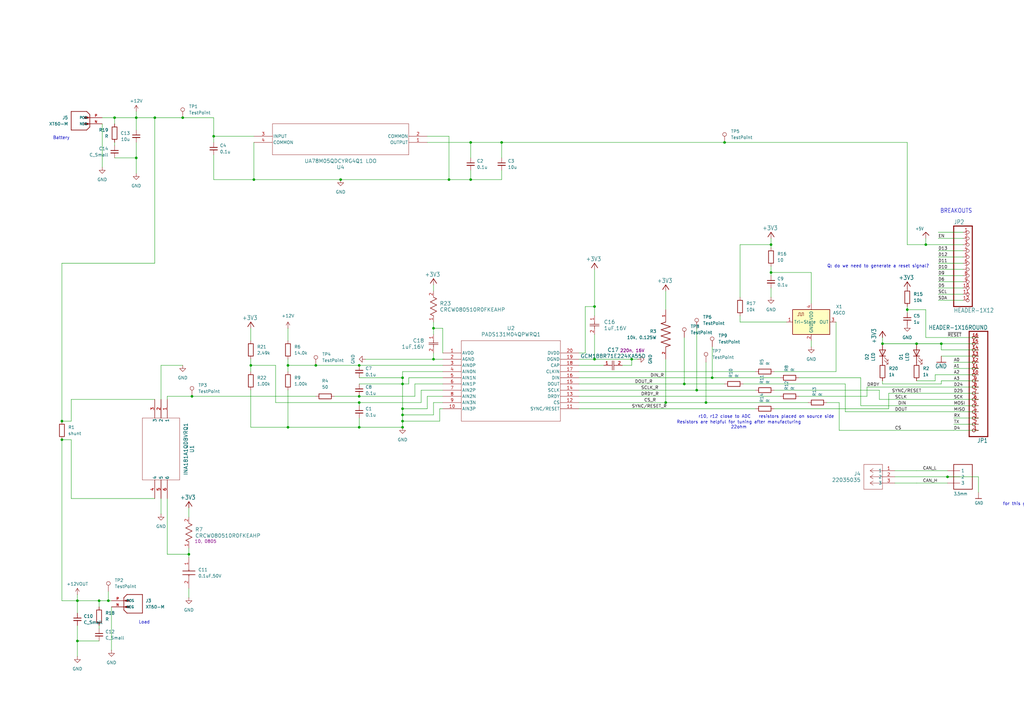
<source format=kicad_sch>
(kicad_sch (version 20231120) (generator "eeschema") (generator_version "8.0")
  (paper "A3")
  (junction (at 102.87 149.86))
  (junction (at 147.32 149.86))
  (junction (at 31.75 246.38))
  (junction (at 316.23 111.76))
  (junction (at 147.32 162.56))
  (junction (at 55.88 64.77))
  (junction (at 78.74 162.56))
  (junction (at 361.95 140.97))
  (junction (at 379.73 100.33))
  (junction (at 25.4 180.34))
  (junction (at 147.32 175.26))
  (junction (at 285.75 160.02))
  (junction (at 165.1 157.48))
  (junction (at 375.92 140.97))
  (junction (at 243.84 147.32))
  (junction (at 177.8 147.32))
  (junction (at 165.1 170.18))
  (junction (at 243.84 125.73))
  (junction (at 388.62 195.58))
  (junction (at 193.04 73.66))
  (junction (at 118.11 149.86))
  (junction (at 273.05 165.1))
  (junction (at 372.11 127))
  (junction (at 44.45 246.38))
  (junction (at 165.1 172.72))
  (junction (at 292.1 154.94))
  (junction (at 289.56 165.1))
  (junction (at 46.99 48.26))
  (junction (at 193.04 58.42))
  (junction (at 184.15 73.66))
  (junction (at 31.75 262.89))
  (junction (at 147.32 165.1))
  (junction (at 165.1 154.94))
  (junction (at 205.74 58.42))
  (junction (at 55.88 48.26))
  (junction (at 386.08 140.97))
  (junction (at 165.1 175.26))
  (junction (at 40.64 246.38))
  (junction (at 165.1 167.64))
  (junction (at 118.11 175.26))
  (junction (at 129.54 149.86))
  (junction (at 104.14 73.66))
  (junction (at 74.93 48.26))
  (junction (at 63.5 48.26))
  (junction (at 177.8 134.62))
  (junction (at 25.4 172.72))
  (junction (at 316.23 100.33))
  (junction (at 259.08 147.32))
  (junction (at 87.63 55.88))
  (junction (at 77.47 227.33))
  (junction (at 297.18 58.42))
  (junction (at 139.7 73.66))
  (junction (at 280.67 157.48))
  (wire (pts (xy 240.03 144.78) (xy 240.03 125.73)))
  (wire (pts (xy 102.87 160.02) (xy 102.87 175.26)))
  (wire (pts (xy 342.9 152.4) (xy 317.5 152.4)))
  (wire (pts (xy 102.87 149.86) (xy 102.87 152.4)))
  (wire (pts (xy 391.16 161.29) (xy 401.32 161.29)) (stroke (width 0.1524)))
  (wire (pts (xy 361.95 156.21) (xy 361.95 157.48)))
  (wire (pts (xy 401.32 171.45) (xy 391.16 171.45)) (stroke (width 0.1524)))
  (wire (pts (xy 379.73 127) (xy 379.73 138.43)))
  (wire (pts (xy 394.97 113.03) (xy 384.81 113.03)) (stroke (width 0.1524)))
  (wire (pts (xy 401.32 148.59) (xy 391.16 148.59)) (stroke (width 0.1524)))
  (wire (pts (xy 68.58 204.47) (xy 68.58 227.33)))
  (wire (pts (xy 364.49 167.64) (xy 364.49 161.29)))
  (wire (pts (xy 205.74 58.42) (xy 297.18 58.42)))
  (wire (pts (xy 344.17 165.1) (xy 344.17 176.53)))
  (wire (pts (xy 243.84 137.16) (xy 243.84 147.32)))
  (wire (pts (xy 25.4 180.34) (xy 25.4 246.38)))
  (wire (pts (xy 401.32 146.05) (xy 386.08 146.05)) (stroke (width 0.1524)))
  (wire (pts (xy 165.1 172.72) (xy 180.34 172.72)))
  (wire (pts (xy 394.97 102.87) (xy 384.81 102.87)) (stroke (width 0.1524)))
  (wire (pts (xy 394.97 107.95) (xy 384.81 107.95)) (stroke (width 0.1524)))
  (wire (pts (xy 401.32 158.75) (xy 391.16 158.75)) (stroke (width 0.1524)))
  (wire (pts (xy 177.8 134.62) (xy 177.8 137.16)))
  (wire (pts (xy 77.47 241.3) (xy 77.47 245.11)))
  (wire (pts (xy 289.56 148.59) (xy 289.56 165.1)))
  (wire (pts (xy 172.72 160.02) (xy 172.72 165.1)))
  (wire (pts (xy 388.62 193.04) (xy 375.92 193.04)) (stroke (width 0.1524)))
  (wire (pts (xy 165.1 154.94) (xy 165.1 152.4)))
  (wire (pts (xy 87.63 63.5) (xy 87.63 73.66)))
  (wire (pts (xy 339.09 165.1) (xy 344.17 165.1)))
  (wire (pts (xy 391.16 151.13) (xy 401.32 151.13)) (stroke (width 0.1524)))
  (wire (pts (xy 386.08 143.51) (xy 386.08 140.97)) (stroke (width 0.1524)))
  (wire (pts (xy 259.08 147.32) (xy 261.62 147.32)))
  (wire (pts (xy 353.06 166.37) (xy 391.16 166.37)))
  (wire (pts (xy 401.32 143.51) (xy 386.08 143.51)) (stroke (width 0.1524)))
  (wire (pts (xy 237.49 152.4) (xy 309.88 152.4)))
  (wire (pts (xy 384.81 97.79) (xy 394.97 97.79)) (stroke (width 0.1524)))
  (wire (pts (xy 205.74 73.66) (xy 193.04 73.66)))
  (wire (pts (xy 66.04 210.82) (xy 66.04 204.47)))
  (wire (pts (xy 346.71 168.91) (xy 391.16 168.91)))
  (wire (pts (xy 237.49 144.78) (xy 240.03 144.78)))
  (wire (pts (xy 165.1 167.64) (xy 165.1 170.18)))
  (wire (pts (xy 40.64 246.38) (xy 31.75 246.38)))
  (wire (pts (xy 259.08 149.86) (xy 259.08 147.32)))
  (wire (pts (xy 181.61 167.64) (xy 180.34 167.64)))
  (wire (pts (xy 40.64 246.38) (xy 40.64 248.92)))
  (wire (pts (xy 401.32 153.67) (xy 391.16 153.67)) (stroke (width 0.1524)))
  (wire (pts (xy 361.95 140.97) (xy 375.92 140.97)))
  (wire (pts (xy 55.88 48.26) (xy 55.88 45.72)))
  (wire (pts (xy 177.8 144.78) (xy 177.8 147.32)))
  (wire (pts (xy 87.63 48.26) (xy 87.63 55.88)))
  (wire (pts (xy 118.11 149.86) (xy 129.54 149.86)))
  (wire (pts (xy 31.75 246.38) (xy 31.75 243.84)))
  (wire (pts (xy 68.58 162.56) (xy 78.74 162.56)))
  (wire (pts (xy 104.14 73.66) (xy 139.7 73.66)))
  (wire (pts (xy 316.23 100.33) (xy 316.23 101.6)))
  (wire (pts (xy 41.91 48.26) (xy 46.99 48.26)))
  (wire (pts (xy 372.11 127) (xy 372.11 125.73)))
  (wire (pts (xy 165.1 170.18) (xy 165.1 172.72)))
  (wire (pts (xy 394.97 120.65) (xy 384.81 120.65)) (stroke (width 0.1524)))
  (wire (pts (xy 344.17 176.53) (xy 391.16 176.53)))
  (wire (pts (xy 118.11 160.02) (xy 118.11 175.26)))
  (wire (pts (xy 29.21 204.47) (xy 29.21 180.34)))
  (wire (pts (xy 165.1 167.64) (xy 175.26 167.64)))
  (wire (pts (xy 165.1 157.48) (xy 167.64 157.48)))
  (wire (pts (xy 360.68 163.83) (xy 391.16 163.83)))
  (wire (pts (xy 273.05 147.32) (xy 273.05 165.1)))
  (wire (pts (xy 181.61 162.56) (xy 175.26 162.56)))
  (wire (pts (xy 31.75 256.54) (xy 31.75 262.89)))
  (wire (pts (xy 332.74 139.7) (xy 332.74 142.24)))
  (wire (pts (xy 165.1 157.48) (xy 165.1 167.64)))
  (wire (pts (xy 147.32 166.37) (xy 147.32 165.1)))
  (wire (pts (xy 147.32 162.56) (xy 170.18 162.56)))
  (wire (pts (xy 355.6 158.75) (xy 391.16 158.75)))
  (wire (pts (xy 361.95 157.48) (xy 386.08 157.48)))
  (wire (pts (xy 401.32 166.37) (xy 391.16 166.37)) (stroke (width 0.1524)))
  (wire (pts (xy 364.49 161.29) (xy 391.16 161.29)))
  (wire (pts (xy 375.92 156.21) (xy 383.54 156.21)))
  (wire (pts (xy 175.26 58.42) (xy 193.04 58.42)))
  (wire (pts (xy 29.21 163.83) (xy 29.21 172.72)))
  (wire (pts (xy 77.47 224.79) (xy 77.47 227.33)))
  (wire (pts (xy 45.72 246.38) (xy 44.45 246.38)))
  (wire (pts (xy 388.62 198.12) (xy 375.92 198.12)) (stroke (width 0.1524)))
  (wire (pts (xy 66.04 149.86) (xy 66.04 163.83)))
  (wire (pts (xy 147.32 171.45) (xy 147.32 175.26)))
  (wire (pts (xy 129.54 149.86) (xy 147.32 149.86)))
  (wire (pts (xy 177.8 116.84) (xy 177.8 119.38)))
  (wire (pts (xy 147.32 165.1) (xy 172.72 165.1)))
  (wire (pts (xy 317.5 160.02) (xy 360.68 160.02)))
  (wire (pts (xy 237.49 167.64) (xy 309.88 167.64)))
  (wire (pts (xy 193.04 69.85) (xy 193.04 73.66)))
  (wire (pts (xy 44.45 246.38) (xy 40.64 246.38)))
  (wire (pts (xy 193.04 58.42) (xy 205.74 58.42)))
  (wire (pts (xy 25.4 246.38) (xy 31.75 246.38)))
  (wire (pts (xy 147.32 175.26) (xy 165.1 175.26)))
  (wire (pts (xy 303.53 132.08) (xy 322.58 132.08)))
  (wire (pts (xy 78.74 162.56) (xy 129.54 162.56)))
  (wire (pts (xy 401.32 138.43) (xy 388.62 138.43)) (stroke (width 0.1524)))
  (wire (pts (xy 104.14 55.88) (xy 87.63 55.88)))
  (wire (pts (xy 77.47 208.28) (xy 77.47 212.09)))
  (wire (pts (xy 332.74 124.46) (xy 332.74 111.76)))
  (wire (pts (xy 243.84 110.49) (xy 243.84 125.73)))
  (wire (pts (xy 55.88 58.42) (xy 55.88 64.77)))
  (wire (pts (xy 303.53 129.54) (xy 303.53 132.08)))
  (wire (pts (xy 193.04 58.42) (xy 193.04 64.77)))
  (wire (pts (xy 386.08 140.97) (xy 401.32 140.97)) (stroke (width 0.1524)))
  (wire (pts (xy 63.5 107.95) (xy 25.4 107.95)))
  (wire (pts (xy 316.23 109.22) (xy 316.23 111.76)))
  (wire (pts (xy 379.73 138.43) (xy 388.62 138.43)))
  (wire (pts (xy 273.05 119.38) (xy 273.05 127)))
  (wire (pts (xy 147.32 154.94) (xy 165.1 154.94)))
  (wire (pts (xy 391.16 173.99) (xy 401.32 173.99)) (stroke (width 0.1524)))
  (wire (pts (xy 184.15 55.88) (xy 184.15 73.66)))
  (wire (pts (xy 29.21 172.72) (xy 25.4 172.72)))
  (wire (pts (xy 255.27 149.86) (xy 259.08 149.86)))
  (wire (pts (xy 165.1 154.94) (xy 165.1 157.48)))
  (wire (pts (xy 74.93 48.26) (xy 87.63 48.26)))
  (wire (pts (xy 205.74 58.42) (xy 205.74 64.77)))
  (wire (pts (xy 181.61 160.02) (xy 172.72 160.02)))
  (wire (pts (xy 68.58 227.33) (xy 77.47 227.33)))
  (wire (pts (xy 384.81 115.57) (xy 394.97 115.57)) (stroke (width 0.1524)))
  (wire (pts (xy 63.5 48.26) (xy 63.5 107.95)))
  (wire (pts (xy 372.11 58.42) (xy 372.11 100.33)))
  (wire (pts (xy 383.54 153.67) (xy 391.16 153.67)))
  (wire (pts (xy 372.11 128.27) (xy 372.11 127)))
  (wire (pts (xy 361.95 140.97) (xy 375.92 140.97)) (stroke (width 0.1524)))
  (wire (pts (xy 237.49 160.02) (xy 285.75 160.02)))
  (wire (pts (xy 243.84 125.73) (xy 243.84 129.54)))
  (wire (pts (xy 205.74 69.85) (xy 205.74 73.66)))
  (wire (pts (xy 273.05 165.1) (xy 289.56 165.1)))
  (wire (pts (xy 31.75 246.38) (xy 31.75 251.46)))
  (wire (pts (xy 316.23 111.76) (xy 316.23 113.03)))
  (wire (pts (xy 40.64 256.54) (xy 40.64 257.81)))
  (wire (pts (xy 181.61 149.86) (xy 147.32 149.86)))
  (wire (pts (xy 401.32 195.58) (xy 388.62 195.58)) (stroke (width 0.1524)))
  (wire (pts (xy 170.18 157.48) (xy 181.61 157.48)))
  (wire (pts (xy 372.11 100.33) (xy 379.73 100.33)))
  (wire (pts (xy 375.92 140.97) (xy 386.08 140.97)))
  (wire (pts (xy 327.66 162.56) (xy 355.6 162.56)))
  (wire (pts (xy 367.03 193.04) (xy 375.92 193.04)))
  (wire (pts (xy 63.5 48.26) (xy 74.93 48.26)))
  (wire (pts (xy 45.72 248.92) (xy 45.72 266.7)))
  (wire (pts (xy 394.97 118.11) (xy 384.81 118.11)) (stroke (width 0.1524)))
  (wire (pts (xy 237.49 149.86) (xy 247.65 149.86)))
  (wire (pts (xy 46.99 48.26) (xy 55.88 48.26)))
  (wire (pts (xy 41.91 50.8) (xy 41.91 68.58)))
  (wire (pts (xy 361.95 138.43) (xy 361.95 140.97)) (stroke (width 0.1524)))
  (wire (pts (xy 147.32 157.48) (xy 165.1 157.48)))
  (wire (pts (xy 181.61 134.62) (xy 181.61 144.78)))
  (wire (pts (xy 29.21 180.34) (xy 25.4 180.34)))
  (wire (pts (xy 177.8 165.1) (xy 177.8 170.18)))
  (wire (pts (xy 177.8 134.62) (xy 181.61 134.62)))
  (wire (pts (xy 31.75 262.89) (xy 40.64 262.89)))
  (wire (pts (xy 177.8 132.08) (xy 177.8 134.62)))
  (wire (pts (xy 386.08 157.48) (xy 386.08 156.21)))
  (wire (pts (xy 383.54 156.21) (xy 383.54 153.67)))
  (wire (pts (xy 102.87 149.86) (xy 113.03 149.86)))
  (wire (pts (xy 353.06 154.94) (xy 353.06 166.37)))
  (wire (pts (xy 304.8 157.48) (xy 346.71 157.48)))
  (wire (pts (xy 118.11 134.62) (xy 118.11 139.7)))
  (wire (pts (xy 180.34 167.64) (xy 180.34 172.72)))
  (wire (pts (xy 104.14 58.42) (xy 104.14 73.66)))
  (wire (pts (xy 113.03 149.86) (xy 113.03 165.1)))
  (wire (pts (xy 285.75 160.02) (xy 309.88 160.02)))
  (wire (pts (xy 184.15 73.66) (xy 193.04 73.66)))
  (wire (pts (xy 316.23 97.79) (xy 316.23 100.33)))
  (wire (pts (xy 118.11 147.32) (xy 118.11 149.86)))
  (wire (pts (xy 177.8 147.32) (xy 181.61 147.32)))
  (wire (pts (xy 102.87 175.26) (xy 118.11 175.26)))
  (wire (pts (xy 175.26 162.56) (xy 175.26 167.64)))
  (wire (pts (xy 55.88 48.26) (xy 55.88 53.34)))
  (wire (pts (xy 292.1 154.94) (xy 320.04 154.94)))
  (wire (pts (xy 391.16 168.91) (xy 401.32 168.91)) (stroke (width 0.1524)))
  (wire (pts (xy 384.81 105.41) (xy 394.97 105.41)) (stroke (width 0.1524)))
  (wire (pts (xy 303.53 100.33) (xy 316.23 100.33)))
  (wire (pts (xy 384.81 110.49) (xy 394.97 110.49)) (stroke (width 0.1524)))
  (wire (pts (xy 46.99 58.42) (xy 46.99 59.69)))
  (wire (pts (xy 181.61 165.1) (xy 177.8 165.1)))
  (wire (pts (xy 372.11 127) (xy 379.73 127)))
  (wire (pts (xy 68.58 163.83) (xy 68.58 162.56)))
  (wire (pts (xy 237.49 147.32) (xy 243.84 147.32)))
  (wire (pts (xy 237.49 165.1) (xy 273.05 165.1)))
  (wire (pts (xy 384.81 123.19) (xy 394.97 123.19)) (stroke (width 0.1524)))
  (wire (pts (xy 384.81 95.25) (xy 394.97 95.25)) (stroke (width 0.1524)))
  (wire (pts (xy 87.63 55.88) (xy 87.63 58.42)))
  (wire (pts (xy 25.4 107.95) (xy 25.4 172.72)))
  (wire (pts (xy 149.86 147.32) (xy 177.8 147.32)))
  (wire (pts (xy 102.87 147.32) (xy 102.87 149.86)))
  (wire (pts (xy 184.15 73.66) (xy 139.7 73.66)))
  (wire (pts (xy 401.32 163.83) (xy 391.16 163.83)) (stroke (width 0.1524)))
  (wire (pts (xy 55.88 64.77) (xy 46.99 64.77)))
  (wire (pts (xy 394.97 100.33) (xy 379.73 100.33)) (stroke (width 0.1524)))
  (wire (pts (xy 367.03 195.58) (xy 388.62 195.58)))
  (wire (pts (xy 303.53 121.92) (xy 303.53 100.33)))
  (wire (pts (xy 55.88 64.77) (xy 55.88 71.12)))
  (wire (pts (xy 401.32 176.53) (xy 391.16 176.53)) (stroke (width 0.1524)))
  (wire (pts (xy 243.84 147.32) (xy 259.08 147.32)))
  (wire (pts (xy 167.64 154.94) (xy 167.64 157.48)))
  (wire (pts (xy 118.11 175.26) (xy 147.32 175.26)))
  (wire (pts (xy 316.23 118.11) (xy 316.23 121.92)))
  (wire (pts (xy 167.64 154.94) (xy 181.61 154.94)))
  (wire (pts (xy 77.47 227.33) (xy 77.47 228.6)))
  (wire (pts (xy 317.5 167.64) (xy 364.49 167.64)))
  (wire (pts (xy 285.75 134.62) (xy 285.75 160.02)))
  (wire (pts (xy 292.1 142.24) (xy 292.1 154.94)))
  (wire (pts (xy 280.67 138.43) (xy 280.67 157.48)))
  (wire (pts (xy 175.26 55.88) (xy 184.15 55.88)))
  (wire (pts (xy 237.49 162.56) (xy 320.04 162.56)))
  (wire (pts (xy 87.63 73.66) (xy 104.14 73.66)))
  (wire (pts (xy 165.1 152.4) (xy 181.61 152.4)))
  (wire (pts (xy 355.6 162.56) (xy 355.6 158.75)))
  (wire (pts (xy 31.75 262.89) (xy 31.75 269.24)))
  (wire (pts (xy 367.03 198.12) (xy 375.92 198.12)))
  (wire (pts (xy 342.9 132.08) (xy 342.9 152.4)))
  (wire (pts (xy 165.1 172.72) (xy 165.1 175.26)))
  (wire (pts (xy 170.18 162.56) (xy 170.18 157.48)))
  (wire (pts (xy 372.11 58.42) (xy 297.18 58.42)))
  (wire (pts (xy 137.16 162.56) (xy 147.32 162.56)))
  (wire (pts (xy 332.74 111.76) (xy 316.23 111.76)))
  (wire (pts (xy 44.45 242.57) (xy 44.45 246.38)))
  (wire (pts (xy 289.56 165.1) (xy 331.47 165.1)))
  (wire (pts (xy 379.73 97.79) (xy 379.73 100.33)))
  (wire (pts (xy 327.66 154.94) (xy 353.06 154.94)))
  (wire (pts (xy 237.49 157.48) (xy 280.67 157.48)))
  (wire (pts (xy 401.32 201.93) (xy 401.32 195.58)) (stroke (width 0.1524)))
  (wire (pts (xy 165.1 170.18) (xy 177.8 170.18)))
  (wire (pts (xy 46.99 48.26) (xy 46.99 50.8)))
  (wire (pts (xy 63.5 204.47) (xy 29.21 204.47)))
  (wire (pts (xy 63.5 48.26) (xy 55.88 48.26)))
  (wire (pts (xy 240.03 125.73) (xy 243.84 125.73)))
  (wire (pts (xy 237.49 154.94) (xy 292.1 154.94)))
  (wire (pts (xy 102.87 134.62) (xy 102.87 139.7)))
  (wire (pts (xy 280.67 157.48) (xy 297.18 157.48)))
  (wire (pts (xy 386.08 156.21) (xy 391.16 156.21)))
  (wire (pts (xy 63.5 163.83) (xy 29.21 163.83)))
  (wire (pts (xy 113.03 165.1) (xy 147.32 165.1)))
  (wire (pts (xy 74.93 149.86) (xy 66.04 149.86)))
  (wire (pts (xy 118.11 149.86) (xy 118.11 152.4)))
  (wire (pts (xy 346.71 157.48) (xy 346.71 168.91)))
  (wire (pts (xy 391.16 156.21) (xy 401.32 156.21)) (stroke (width 0.1524)))
  (wire (pts (xy 360.68 163.83) (xy 360.68 160.02)))
  (wire (pts (xy 375.92 140.97) (xy 386.08 140.97)) (stroke (width 0.1524)))
  (text "gain: 20V/V" (at -42.164 125.73 0) (effects (font (size 1.27 1.27))))
  (text "for this gnd use wire or something" (at 428.498 206.756 0) (effects (font (size 1.27 1.27))))
  (text "r10, r12 close to ADC" (at 297.18 170.942 0) (effects (font (size 1.27 1.27))))
  (text "Load" (at 59.182 255.27 0) (effects (font (size 1.27 1.27))))
  (text "has CAN bus\nneed CS connection to ADC\n(can use D13 as CS or just any random pin)\n(don't use special SCL,SDA)" (at 466.852 117.602 0) (effects (font (size 1.27 1.27))))
  (text "internal reference: 1.2V" (at 133.858 -35.56 0) (effects (font (size 1.27 1.27))))
  (text "Rshunt connect to 12V battery and in+\nconnect to load and in-\nhigh-side" (at -23.876 75.184 0) (effects (font (size 1.27 1.27))))
  (text "BREAKOUTS" (at 385.572 87.63 0) (effects (font (size 1.778 1.5113)) (justify left bottom)))
  (text "shunt*max current*amp gain < 1.2V\n" (at -31.242 122.936 0) (effects (font (size 1.27 1.27))))
  (text "Battery" (at 25.146 56.642 0) (effects (font (size 1.27 1.27))))
  (text "Resistors are helpful for tuning after manufacturing\n22ohm" (at 303.022 174.244 0) (effects (font (size 1.27 1.27))))
  (text "max input: 25V\noutput: 5V\nconnect to 12V battery, RP2040" (at -45.974 151.892 0) (effects (font (size 1.27 1.27))))
  (text "Q: do we need to generate a reset signal?" (at 360.172 109.22 0) (effects (font (size 1.27 1.27))))
  (text "AIN2P connect to measure voltage\nAIN2N connect to ground\nneed a resistor divider to connect to battery (12:1?)" (at 139.192 -29.972 0) (effects (font (size 1.27 1.27))))
  (text "resistors placed on source side\n\n" (at 326.644 171.958 0) (effects (font (size 1.27 1.27))))
  (label "CAN_L" (at 378.46 193.04 0) (effects (font (size 1.2446 1.2446))))
  (label "D6" (at 384.81 115.57 0) (effects (font (size 1.2446 1.2446))))
  (label "CAN_H" (at 378.46 198.12 0) (effects (font (size 1.2446 1.2446))))
  (label "A3" (at 391.16 156.21 0) (effects (font (size 1.2446 1.2446))))
  (label "MISO" (at 391.16 168.91 0) (effects (font (size 1.2446 1.2446))))
  (label "TX" (at 391.16 173.99 0) (effects (font (size 1.2446 1.2446))))
  (label "SCLK_R" (at 262.89 160.02 0))
  (label "A0" (at 391.16 148.59 0) (effects (font (size 1.2446 1.2446))))
  (label "RX" (at 391.16 171.45 0) (effects (font (size 1.2446 1.2446))))
  (label "D25" (at 391.16 161.29 0) (effects (font (size 1.2446 1.2446))))
  (label "CS_R" (at 264.16 165.1 0))
  (label "DOUT_R" (at 260.35 157.48 0))
  (label "SCLK" (at 367.03 163.83 0))
  (label "DOUT" (at 367.03 168.91 0))
  (label "~{RESET}" (at 388.62 138.43 0) (effects (font (size 1.2446 1.2446))))
  (label "D5" (at 384.81 118.11 0) (effects (font (size 1.2446 1.2446))))
  (label "A1" (at 391.16 151.13 0) (effects (font (size 1.2446 1.2446))))
  (label "DRDY" (at 355.6 158.75 0))
  (label "SCL" (at 384.81 120.65 0) (effects (font (size 1.2446 1.2446))))
  (label "D4" (at 391.16 176.53 0) (effects (font (size 1.2446 1.2446))))
  (label "D12" (at 384.81 105.41 0) (effects (font (size 1.2446 1.2446))))
  (label "D13" (at 384.81 102.87 0) (effects (font (size 1.2446 1.2446))))
  (label "CS" (at 367.03 176.53 0))
  (label "D24" (at 391.16 158.75 0) (effects (font (size 1.2446 1.2446))))
  (label "EN" (at 384.81 97.79 0) (effects (font (size 1.2446 1.2446))))
  (label "D11" (at 384.81 107.95 0) (effects (font (size 1.2446 1.2446))))
  (label "SYNC{slash}RESET" (at 365.76 161.29 0))
  (label "SDA" (at 384.81 123.19 0) (effects (font (size 1.2446 1.2446))))
  (label "SCK" (at 391.16 163.83 0) (effects (font (size 1.2446 1.2446))))
  (label "DIN" (at 368.3 166.37 0))
  (label "DIN_R" (at 266.7 154.94 0))
  (label "SYNC{slash}RESET_R" (at 259.08 167.64 0))
  (label "MOSI" (at 391.16 166.37 0) (effects (font (size 1.2446 1.2446))))
  (label "D9" (at 384.81 113.03 0) (effects (font (size 1.2446 1.2446))))
  (label "D10" (at 384.81 110.49 0) (effects (font (size 1.2446 1.2446))))
  (label "DRDY_R" (at 262.89 162.56 0))
  (label "A2" (at 391.16 153.67 0) (effects (font (size 1.2446 1.2446))))
  (symbol (lib_id "Adafruit RP2040 CAN Bus Feather-eagle-import:+3V3") (at 243.84 107.95 0) (unit 1)
    (property "Reference" "#+3V03" (effects (hide yes)))
    (property "Value" "+3V3" (at 240.284 107.188 0) (effects (font (size 1.778 1.5113)) (justify left bottom)))
  )
  (symbol (lib_id "power:GND") (at 316.23 121.92 0) (unit 1)
    (property "Reference" "#PWR07" (effects (hide yes)))
    (property "Value" "GND" (at 316.23 127 0))
    (property "Description" "Power symbol creates a global label with name \"GND\" , ground" (effects (hide yes)))
  )
  (symbol (lib_id "Device:R") (at 361.95 152.4 0) (unit 1)
    (property "Reference" "R20" (at 364.49 151.1299 0) (effects (justify left)))
    (property "Value" "1k" (at 364.49 153.6699 0) (effects (justify left)))
    (property "Description" "Resistor" (effects (hide yes)))
  )
  (symbol (lib_id "Device:C_Small") (at 147.32 160.02 0) (unit 1)
    (property "Reference" "C8" (at 149.86 158.7562 0) (effects (justify left)))
    (property "Value" "0.1u" (at 149.86 161.2962 0) (effects (justify left)))
    (property "Description" "Unpolarized capacitor, small symbol" (effects (hide yes)))
  )
  (symbol (lib_id "Connector:TestPoint") (at 289.56 148.59 0) (unit 1)
    (property "Reference" "TP7" (at 292.1 144.0179 0) (effects (justify left)))
    (property "Value" "TestPoint" (at 292.1 146.5579 0) (effects (justify left)))
    (property "Description" "test point" (effects (hide yes)))
  )
  (symbol (lib_id "Device:C_Small") (at 55.88 55.88 0) (mirror y) (unit 1)
    (property "Reference" "C13" (at 53.34 54.6162 0) (effects (justify left)))
    (property "Value" "10u" (at 53.34 57.1562 0) (effects (justify left)))
    (property "Description" "Unpolarized capacitor, small symbol" (effects (hide yes)))
  )
  (symbol (lib_id "power:+12V") (at 55.88 45.72 0) (mirror y) (unit 1)
    (property "Reference" "#PWR018" (effects (hide yes)))
    (property "Value" "+12V" (at 55.88 41.402 0))
    (property "Description" "Power symbol creates a global label with name \"+12V\"" (effects (hide yes)))
  )
  (symbol (lib_id "Connector:TestPoint") (at 297.18 58.42 0) (unit 1)
    (property "Reference" "TP5" (at 299.72 53.8479 0) (effects (justify left)))
    (property "Value" "TestPoint" (at 299.72 56.3879 0) (effects (justify left)))
    (property "Description" "test point" (effects (hide yes)))
  )
  (symbol (lib_id "Device:R") (at 46.99 54.61 0) (mirror y) (unit 1)
    (property "Reference" "R19" (at 44.45 53.3399 0) (effects (justify left)))
    (property "Value" "R" (at 44.45 55.8799 0) (effects (justify left)))
    (property "Description" "Resistor" (effects (hide yes)))
  )
  (symbol (lib_id "Device:LED") (at 361.95 144.78 90) (unit 1)
    (property "Reference" "D2" (at 355.6 146.3675 0))
    (property "Value" "LED" (at 358.14 146.3675 0))
    (property "Description" "Light emitting diode" (effects (hide yes)))
  )
  (symbol (lib_id "Adafruit RP2040 CAN Bus Feather-eagle-import:HEADER-1X12") (at 397.51 110.49 0) (unit 1)
    (property "Reference" "JP2" (at 391.16 92.075 0) (effects (font (size 1.778 1.5113)) (justify left bottom)))
    (property "Value" "HEADER-1X12" (at 391.16 128.27 0) (effects (font (size 1.778 1.5113)) (justify left bottom)))
    (property "Footprint" "Adafruit RP2040 CAN Bus Feather:1X12_ROUND" (effects (hide yes)))
  )
  (symbol (lib_id "smv:UA78M05QDCYRG4Q1 LDO") (at 175.26 58.42 180) (unit 1)
    (property "Reference" "U4" (at 139.7 68.58 0) (effects (font (size 1.524 1.524))))
    (property "Value" "UA78M05QDCYRG4Q1 LDO" (at 139.7 66.04 0) (effects (font (size 1.524 1.524))))
    (property "Footprint" "DCY4_TEX" (effects (hide yes)))
    (property "Datasheet" "UA78M05QDCYRG4Q1" (effects (hide yes)))
  )
  (symbol (lib_id "Adafruit RP2040 CAN Bus Feather-eagle-import:+3V3") (at 102.87 132.08 0) (unit 1)
    (property "Reference" "#+3V07" (effects (hide yes)))
    (property "Value" "+3V3" (at 99.314 131.318 0) (effects (font (size 1.778 1.5113)) (justify left bottom)))
  )
  (symbol (lib_id "Adafruit RP2040 CAN Bus Feather (1)-eagle-import:TERMBLOCK_1X3") (at 393.7 195.58 0) (unit 1)
    (property "Reference" "NEOPIX1" (effects (hide yes)))
    (property "Value" "3.5mm" (at 391.16 203.2 0) (effects (font (size 1.27 1.0795)) (justify left bottom)))
    (property "Footprint" "Adafruit RP2040 CAN Bus Feather (1):TERMBLOCK_1X3-3.5MM" (effects (hide yes)))
  )
  (symbol (lib_id "Device:C_Small") (at 46.99 62.23 0) (mirror y) (unit 1)
    (property "Reference" "C14" (at 44.45 60.9662 0) (effects (justify left)))
    (property "Value" "C_Small" (at 44.45 63.5062 0) (effects (justify left)))
    (property "Description" "Unpolarized capacitor, small symbol" (effects (hide yes)))
  )
  (symbol (lib_id "Device:R") (at 102.87 156.21 0) (unit 1)
    (property "Reference" "R22" (at 105.41 154.9399 0) (effects (justify left)))
    (property "Value" "1.00k" (at 105.41 157.4799 0) (effects (justify left)))
    (property "Description" "Resistor" (effects (hide yes)))
  )
  (symbol (lib_id "Device:R") (at 303.53 125.73 0) (unit 1)
    (property "Reference" "R17" (at 306.07 124.4599 0) (effects (justify left)))
    (property "Value" "10k" (at 306.07 126.9999 0) (effects (justify left)))
    (property "Description" "Resistor" (effects (hide yes)))
  )
  (symbol (lib_id "SMV_Custom:C0805C105K4RACTU") (at 177.8 137.16 90) (mirror x) (unit 1)
    (property "Reference" "C18" (at 173.99 139.6999 90) (effects (font (size 1.524 1.524)) (justify left)))
    (property "Value" "1uF,16V" (at 173.99 142.2399 90) (effects (font (size 1.524 1.524)) (justify left)))
    (property "Footprint" "CAPC220145_100N_KEM" (effects (hide yes)))
    (property "Datasheet" "C0805C105K4RACTU" (effects (hide yes)))
  )
  (symbol (lib_id "Adafruit RP2040 CAN Bus Feather-eagle-import:VBUS") (at 379.73 95.25 0) (unit 1)
    (property "Reference" "#U$01" (effects (hide yes)))
    (property "Value" "+5V" (at 375.412 94.488 0) (effects (font (size 1.27 1.0795)) (justify left bottom)))
  )
  (symbol (lib_id "SMV_Custom:CRCW080510R0FKEAHP") (at 77.47 212.09 270) (unit 1)
    (property "Reference" "R7" (at 80.01 217.1699 90) (effects (font (size 1.524 1.524)) (justify left)))
    (property "Value" "CRCW080510R0FKEAHP" (at 80.01 219.7099 90) (effects (font (size 1.524 1.524)) (justify left)))
    (property "Footprint" "RES_CRCW_0805_VIS" (effects (hide yes)))
    (property "Datasheet" "CRCW080510R0FKEAHP" (effects (hide yes)))
    (property "Description" "10, 0805" (at 84.328 221.996 90))
  )
  (symbol (lib_id "Connector:TestPoint") (at 44.45 242.57 0) (unit 1)
    (property "Reference" "TP2" (at 46.99 237.9979 0) (effects (justify left)))
    (property "Value" "TestPoint" (at 46.99 240.5379 0) (effects (justify left)))
    (property "Description" "test point" (effects (hide yes)))
  )
  (symbol (lib_id "Adafruit RP2040 CAN Bus Feather-eagle-import:+3V3") (at 361.95 135.89 0) (unit 1)
    (property "Reference" "#+3V01" (effects (hide yes)))
    (property "Value" "+3V3" (at 359.41 140.97 90) (effects (font (size 1.778 1.5113)) (justify left bottom)))
  )
  (symbol (lib_id "smv:22035035") (at 367.03 193.04 0) (mirror y) (unit 1)
    (property "Reference" "J4" (at 353.06 194.3099 0) (effects (font (size 1.524 1.524)) (justify left)))
    (property "Value" "22035035" (at 353.06 196.8499 0) (effects (font (size 1.524 1.524)) (justify left)))
    (property "Footprint" "CON_22035035_MOL" (effects (hide yes)))
    (property "Datasheet" "22035035" (effects (hide yes)))
  )
  (symbol (lib_id "smv:INA181A1QDBVRQ1") (at 68.58 163.83 270) (unit 1)
    (property "Reference" "U1" (at 78.74 184.15 0) (effects (font (size 1.524 1.524))))
    (property "Value" "INA181A1QDBVRQ1" (at 76.2 184.15 0) (effects (font (size 1.524 1.524))))
    (property "Footprint" "SOIC_DBVRQ1_TEX" (effects (hide yes)))
    (property "Datasheet" "INA181A1QDBVRQ1" (effects (hide yes)))
  )
  (symbol (lib_id "Device:R") (at 118.11 156.21 0) (unit 1)
    (property "Reference" "R9" (at 120.65 154.9399 0) (effects (justify left)))
    (property "Value" "1.00k" (at 120.65 157.4799 0) (effects (justify left)))
    (property "Description" "Resistor" (effects (hide yes)))
  )
  (symbol (lib_id "Device:C_Small") (at 372.11 130.81 0) (unit 1)
    (property "Reference" "C5" (at 374.65 129.5462 0) (effects (justify left)))
    (property "Value" "1u" (at 374.65 132.0862 0) (effects (justify left)))
    (property "Description" "Unpolarized capacitor, small symbol" (effects (hide yes)))
  )
  (symbol (lib_id "Adafruit RP2040 CAN Bus Feather-eagle-import:+3V3") (at 372.11 115.57 0) (unit 1)
    (property "Reference" "#+3V08" (effects (hide yes)))
    (property "Value" "+3V3" (at 368.554 114.808 0) (effects (font (size 1.778 1.5113)) (justify left bottom)))
  )
  (symbol (lib_id "Device:R") (at 375.92 152.4 0) (unit 1)
    (property "Reference" "R2" (at 378.46 151.1299 0) (effects (justify left)))
    (property "Value" "1k" (at 378.46 153.6699 0) (effects (justify left)))
    (property "Description" "Resistor" (effects (hide yes)))
  )
  (symbol (lib_id "Device:R") (at 25.4 176.53 0) (unit 1)
    (property "Reference" "R1" (at 27.94 175.2599 0) (effects (justify left)))
    (property "Value" "shunt" (at 27.94 177.7999 0) (effects (justify left)))
    (property "Description" "Resistor" (effects (hide yes)))
  )
  (symbol (lib_id "smv:XT60-M") (at 36.83 50.8 0) (mirror y) (unit 1)
    (property "Reference" "J5" (at 27.94 48.2599 0) (effects (justify left)))
    (property "Value" "XT60-M" (at 27.94 50.7999 0) (effects (justify left)))
    (property "Footprint" "XT60-M:AMASS_XT60-M" (effects (hide yes)))
    (property "MF" "AMASS" (effects (hide yes)))
    (property "MAXIMUM_PACKAGE_HEIGHT" "16.00 mm" (effects (hide yes)))
    (property "Package" "Package" (effects (hide yes)))
    (property "Price" "None" (effects (hide yes)))
    (property "Check_prices" "https://www.snapeda.com/parts/XT60-M/AMASS/view-part/?ref=eda" (effects (hide yes)))
    (property "STANDARD" "IPC 7351B" (effects (hide yes)))
    (property "PARTREV" "V1.2" (effects (hide yes)))
    (property "SnapEDA_Link" "https://www.snapeda.com/parts/XT60-M/AMASS/view-part/?ref=snap" (effects (hide yes)))
    (property "MP" "XT60-M" (effects (hide yes)))
    (property "Description_1" "\n                        \n                            Plug; DC supply; XT60; male; PIN: 2; for cable; soldered; 30A; 500V\n                        \n" (effects (hide yes)))
    (property "Availability" "Not in stock" (effects (hide yes)))
    (property "MANUFACTURER" "AMASS" (effects (hide yes)))
  )
  (symbol (lib_id "power:GND") (at 165.1 175.26 0) (unit 1)
    (property "Reference" "#PWR01" (effects (hide yes)))
    (property "Value" "GND" (at 165.1 180.34 0))
    (property "Description" "Power symbol creates a global label with name \"GND\" , ground" (effects (hide yes)))
  )
  (symbol (lib_id "Device:R") (at 313.69 152.4 90) (unit 1)
    (property "Reference" "R5" (at 312.4199 149.86 0) (effects (justify left)))
    (property "Value" "R" (at 314.9599 149.86 0) (effects (justify left)))
    (property "Description" "Resistor" (effects (hide yes)))
  )
  (symbol (lib_id "power:+12V") (at 31.75 243.84 0) (unit 1)
    (property "Reference" "#PWR015" (effects (hide yes)))
    (property "Value" "+12VOUT" (at 31.75 239.522 0))
    (property "Description" "Power symbol creates a global label with name \"+12V\"" (effects (hide yes)))
  )
  (symbol (lib_id "power:GND") (at 372.11 133.35 0) (unit 1)
    (property "Reference" "#PWR08" (effects (hide yes)))
    (property "Value" "GND" (at 372.11 138.43 0))
    (property "Description" "Power symbol creates a global label with name \"GND\" , ground" (effects (hide yes)))
  )
  (symbol (lib_id "Device:C_Small") (at 193.04 67.31 0) (unit 1)
    (property "Reference" "C2" (at 195.58 66.0462 0) (effects (justify left)))
    (property "Value" "0.1u" (at 195.58 68.5862 0) (effects (justify left)))
    (property "Description" "Unpolarized capacitor, small symbol" (effects (hide yes)))
  )
  (symbol (lib_id "Device:R") (at 323.85 154.94 90) (unit 1)
    (property "Reference" "R8" (at 322.5799 152.4 0) (effects (justify left)))
    (property "Value" "R" (at 325.1199 152.4 0) (effects (justify left)))
    (property "Description" "Resistor" (effects (hide yes)))
  )
  (symbol (lib_id "Device:R") (at 133.35 162.56 90) (unit 1)
    (property "Reference" "R4" (at 133.35 156.21 90))
    (property "Value" "50" (at 133.35 158.75 90))
    (property "Description" "Resistor" (effects (hide yes)))
  )
  (symbol (lib_id "Adafruit RP2040 CAN Bus Feather-eagle-import:supply1_GND") (at 386.08 148.59 0) (unit 1)
    (property "Reference" "#GND01" (effects (hide yes)))
    (property "Value" "GND" (at 383.54 151.13 0) (effects (font (size 1.778 1.5113)) (justify left bottom)))
  )
  (symbol (lib_id "Adafruit RP2040 CAN Bus Feather-eagle-import:+3V3") (at 177.8 114.3 0) (unit 1)
    (property "Reference" "#+3V04" (effects (hide yes)))
    (property "Value" "+3V3" (at 174.244 113.538 0) (effects (font (size 1.778 1.5113)) (justify left bottom)))
  )
  (symbol (lib_id "Oscillator:ASCO") (at 332.74 132.08 0) (unit 1)
    (property "Reference" "X1" (at 344.17 125.7614 0))
    (property "Value" "ASCO" (at 344.17 128.3014 0))
    (property "Footprint" "Oscillator:Oscillator_SMD_Abracon_ASCO-4Pin_1.6x1.2mm" (effects (hide yes)))
    (property "Datasheet" "https://abracon.com/Oscillators/ASCO.pdf" (effects (hide yes)))
    (property "Description" "Crystal Clock Oscillator, Abracon ASCO" (effects (hide yes)))
  )
  (symbol (lib_id "Device:C_Small") (at 205.74 67.31 0) (unit 1)
    (property "Reference" "C3" (at 208.28 66.0462 0) (effects (justify left)))
    (property "Value" "10u" (at 208.28 68.5862 0) (effects (justify left)))
    (property "Description" "Unpolarized capacitor, small symbol" (effects (hide yes)))
  )
  (symbol (lib_id "Connector:TestPoint") (at 78.74 162.56 0) (unit 1)
    (property "Reference" "TP3" (at 81.28 157.9879 0) (effects (justify left)))
    (property "Value" "TestPoint" (at 81.28 160.5279 0) (effects (justify left)))
    (property "Description" "test point" (effects (hide yes)))
  )
  (symbol (lib_id "power:GND") (at 41.91 68.58 0) (mirror y) (unit 1)
    (property "Reference" "#PWR020" (effects (hide yes)))
    (property "Value" "GND" (at 41.91 73.66 0))
    (property "Description" "Power symbol creates a global label with name \"GND\" , ground" (effects (hide yes)))
  )
  (symbol (lib_id "power:GND") (at 261.62 147.32 90) (unit 1)
    (property "Reference" "#PWR014" (effects (hide yes)))
    (property "Value" "GND" (at 266.7 147.32 0))
    (property "Description" "Power symbol creates a global label with name \"GND\" , ground" (effects (hide yes)))
  )
  (symbol (lib_id "power:GND") (at 31.75 269.24 0) (unit 1)
    (property "Reference" "#PWR016" (effects (hide yes)))
    (property "Value" "GND" (at 31.75 274.32 0))
    (property "Description" "Power symbol creates a global label with name \"GND\" , ground" (effects (hide yes)))
  )
  (symbol (lib_id "Connector:TestPoint") (at 280.67 138.43 0) (unit 1)
    (property "Reference" "TP8" (at 283.21 133.8579 0) (effects (justify left)))
    (property "Value" "TestPoint" (at 283.21 136.3979 0) (effects (justify left)))
    (property "Description" "test point" (effects (hide yes)))
  )
  (symbol (lib_id "Device:R") (at 316.23 105.41 0) (unit 1)
    (property "Reference" "R16" (at 318.77 104.1399 0) (effects (justify left)))
    (property "Value" "10" (at 318.77 106.6799 0) (effects (justify left)))
    (property "Description" "Resistor" (effects (hide yes)))
  )
  (symbol (lib_id "power:GND") (at 332.74 142.24 0) (unit 1)
    (property "Reference" "#PWR013" (effects (hide yes)))
    (property "Value" "GND" (at 332.74 147.32 0))
    (property "Description" "Power symbol creates a global label with name \"GND\" , ground" (effects (hide yes)))
  )
  (symbol (lib_id "smv:PADS131M04QPWRQ1") (at 181.61 144.78 0) (unit 1)
    (property "Reference" "U2" (at 209.55 134.62 0) (effects (font (size 1.524 1.524))))
    (property "Value" "PADS131M04QPWRQ1" (at 209.55 137.16 0) (effects (font (size 1.524 1.524))))
    (property "Footprint" "TSSOP20_PW_TEX" (effects (hide yes)))
    (property "Datasheet" "PADS131M04QPWRQ1" (effects (hide yes)))
  )
  (symbol (lib_id "power:+12V") (at 118.11 134.62 0) (unit 1)
    (property "Reference" "#PWR09" (effects (hide yes)))
    (property "Value" "+12V" (at 118.11 129.54 0))
    (property "Description" "Power symbol creates a global label with name \"+12V\"" (effects (hide yes)))
  )
  (symbol (lib_id "Device:C_Small") (at 316.23 115.57 0) (unit 1)
    (property "Reference" "C9" (at 318.77 114.3062 0) (effects (justify left)))
    (property "Value" "0.1u" (at 318.77 116.8462 0) (effects (justify left)))
    (property "Description" "Unpolarized capacitor, small symbol" (effects (hide yes)))
  )
  (symbol (lib_id "Connector:TestPoint") (at 292.1 142.24 0) (unit 1)
    (property "Reference" "TP9" (at 294.64 137.6679 0) (effects (justify left)))
    (property "Value" "TestPoint" (at 294.64 140.2079 0) (effects (justify left)))
    (property "Description" "test point" (effects (hide yes)))
  )
  (symbol (lib_id "Adafruit RP2040 CAN Bus Feather (1)-eagle-import:GND") (at 401.32 204.47 0) (unit 1)
    (property "Reference" "#U$03" (effects (hide yes)))
    (property "Value" "GND" (at 399.796 207.01 0) (effects (font (size 1.27 1.0795)) (justify left bottom)))
  )
  (symbol (lib_id "Connector:TestPoint") (at 74.93 48.26 0) (unit 1)
    (property "Reference" "TP1" (at 77.47 43.6879 0) (effects (justify left)))
    (property "Value" "TestPoint" (at 77.47 46.2279 0) (effects (justify left)))
    (property "Description" "test point" (effects (hide yes)))
  )
  (symbol (lib_id "Device:LED") (at 375.92 144.78 90) (unit 1)
    (property "Reference" "D1" (at 369.57 146.3675 0))
    (property "Value" "LED" (at 372.11 146.3675 0))
    (property "Description" "Light emitting diode" (effects (hide yes)))
  )
  (symbol (lib_id "Adafruit RP2040 CAN Bus Feather-eagle-import:+3V3") (at 273.05 116.84 0) (unit 1)
    (property "Reference" "#+3V02" (effects (hide yes)))
    (property "Value" "+3V3" (at 269.494 116.078 0) (effects (font (size 1.778 1.5113)) (justify left bottom)))
  )
  (symbol (lib_id "Adafruit RP2040 CAN Bus Feather-eagle-import:+3V3") (at 77.47 205.74 0) (unit 1)
    (property "Reference" "#+3V05" (effects (hide yes)))
    (property "Value" "+3V3" (at 73.914 204.978 0) (effects (font (size 1.778 1.5113)) (justify left bottom)))
  )
  (symbol (lib_id "Device:R") (at 102.87 143.51 0) (unit 1)
    (property "Reference" "R21" (at 105.41 142.2399 0) (effects (justify left)))
    (property "Value" "2.49k" (at 105.41 144.7799 0) (effects (justify left)))
    (property "Description" "Resistor" (effects (hide yes)))
  )
  (symbol (lib_id "power:GND") (at 74.93 149.86 0) (unit 1)
    (property "Reference" "#PWR03" (effects (hide yes)))
    (property "Value" "GND" (at 74.93 154.94 0))
    (property "Description" "Power symbol creates a global label with name \"GND\" , ground" (effects (hide yes)))
  )
  (symbol (lib_id "Connector:TestPoint") (at 285.75 134.62 0) (unit 1)
    (property "Reference" "TP6" (at 288.29 130.0479 0) (effects (justify left)))
    (property "Value" "TestPoint" (at 288.29 132.5879 0) (effects (justify left)))
    (property "Description" "test point" (effects (hide yes)))
  )
  (symbol (lib_id "Device:R") (at 300.99 157.48 90) (unit 1)
    (property "Reference" "R10" (at 299.7199 154.94 0) (effects (justify left)))
    (property "Value" "R" (at 302.2599 154.94 0) (effects (justify left)))
    (property "Description" "Resistor" (effects (hide yes)))
  )
  (symbol (lib_id "Device:R") (at 323.85 162.56 90) (unit 1)
    (property "Reference" "R12" (at 322.5799 160.02 0) (effects (justify left)))
    (property "Value" "R" (at 325.1199 160.02 0) (effects (justify left)))
    (property "Description" "Resistor" (effects (hide yes)))
  )
  (symbol (lib_id "Adafruit RP2040 CAN Bus Feather-eagle-import:HEADER-1X16ROUND") (at 398.78 158.75 180) (unit 1)
    (property "Reference" "JP1" (at 405.13 179.705 0) (effects (font (size 1.778 1.5113)) (justify left bottom)))
    (property "Value" "HEADER-1X16ROUND" (at 405.13 133.35 0) (effects (font (size 1.778 1.5113)) (justify left bottom)))
    (property "Footprint" "Adafruit RP2040 CAN Bus Feather:1X16_ROUND" (effects (hide yes)))
  )
  (symbol (lib_id "SMV_Custom:CRCW080510K0FKEAC") (at 273.05 137.16 90) (mirror x) (unit 1)
    (property "Reference" "R3" (at 269.24 135.8899 90) (effects (justify left)))
    (property "Value" "10k, 0.125W" (at 269.24 138.4299 90) (effects (justify left)))
    (property "Footprint" "CRCW080510K0FKEAC:RESC2012X60N" (effects (hide yes)))
    (property "MF" "Vishay Dale" (effects (hide yes)))
    (property "Description_1" "\n                        \n                            10 kOhms ±1% 0.125W, 1/8W Chip Resistor 0805 (2012 Metric) - Thick Film\n                        \n" (effects (hide yes)))
    (property "Package" "2012 Vishay" (effects (hide yes)))
    (property "Price" "None" (effects (hide yes)))
    (property "SnapEDA_Link" "https://www.snapeda.com/parts/CRCW080510K0FKEAC/Vishay+Dale/view-part/?ref=snap" (effects (hide yes)))
    (property "MP" "CRCW080510K0FKEAC" (effects (hide yes)))
    (property "Availability" "In Stock" (effects (hide yes)))
    (property "Check_prices" "https://www.snapeda.com/parts/CRCW080510K0FKEAC/Vishay+Dale/view-part/?ref=eda" (effects (hide yes)))
  )
  (symbol (lib_id "Device:C_Small") (at 31.75 254 0) (unit 1)
    (property "Reference" "C10" (at 34.29 252.7362 0) (effects (justify left)))
    (property "Value" "C_Small" (at 34.29 255.2762 0) (effects (justify left)))
    (property "Description" "Unpolarized capacitor, small symbol" (effects (hide yes)))
  )
  (symbol (lib_id "Device:R") (at 118.11 143.51 0) (unit 1)
    (property "Reference" "R6" (at 120.65 142.2399 0) (effects (justify left)))
    (property "Value" "14.0k" (at 120.65 144.7799 0) (effects (justify left)))
    (property "Description" "Resistor" (effects (hide yes)))
  )
  (symbol (lib_id "Device:C_Small") (at 147.32 168.91 0) (unit 1)
    (property "Reference" "C1" (at 149.86 167.6462 0) (effects (justify left)))
    (property "Value" "0.1u" (at 149.86 170.1862 0) (effects (justify left)))
    (property "Description" "Unpolarized capacitor, small symbol" (effects (hide yes)))
  )
  (symbol (lib_id "power:GND") (at 149.86 147.32 270) (unit 1)
    (property "Reference" "#PWR04" (effects (hide yes)))
    (property "Value" "GND" (at 144.78 147.32 0))
    (property "Description" "Power symbol creates a global label with name \"GND\" , ground" (effects (hide yes)))
  )
  (symbol (lib_id "Device:C_Small") (at 147.32 152.4 0) (unit 1)
    (property "Reference" "C7" (at 149.86 151.1362 0) (effects (justify left)))
    (property "Value" "0.1u" (at 149.86 153.6762 0) (effects (justify left)))
    (property "Description" "Unpolarized capacitor, small symbol" (effects (hide yes)))
  )
  (symbol (lib_id "SMV_Custom:C0805C105K4RACTU") (at 243.84 129.54 270) (unit 1)
    (property "Reference" "C16" (at 247.65 132.0799 90) (effects (font (size 1.524 1.524)) (justify left)))
    (property "Value" "1uF,16V" (at 247.65 134.6199 90) (effects (font (size 1.524 1.524)) (justify left)))
    (property "Footprint" "CAPC220145_100N_KEM" (effects (hide yes)))
    (property "Datasheet" "C0805C105K4RACTU" (effects (hide yes)))
  )
  (symbol (lib_id "power:GND") (at 66.04 210.82 0) (unit 1)
    (property "Reference" "#PWR05" (effects (hide yes)))
    (property "Value" "GND" (at 66.04 215.9 0))
    (property "Description" "Power symbol creates a global label with name \"GND\" , ground" (effects (hide yes)))
  )
  (symbol (lib_id "Device:R") (at 313.69 167.64 90) (unit 1)
    (property "Reference" "R14" (at 312.4199 165.1 0) (effects (justify left)))
    (property "Value" "R" (at 314.9599 165.1 0) (effects (justify left)))
    (property "Description" "Resistor" (effects (hide yes)))
  )
  (symbol (lib_id "Adafruit RP2040 CAN Bus Feather-eagle-import:+3V3") (at 316.23 95.25 0) (unit 1)
    (property "Reference" "#+3V06" (effects (hide yes)))
    (property "Value" "+3V3" (at 312.674 94.488 0) (effects (font (size 1.778 1.5113)) (justify left bottom)))
  )
  (symbol (lib_id "Device:R") (at 313.69 160.02 90) (unit 1)
    (property "Reference" "R11" (at 312.4199 157.48 0) (effects (justify left)))
    (property "Value" "R" (at 314.9599 157.48 0) (effects (justify left)))
    (property "Description" "Resistor" (effects (hide yes)))
  )
  (symbol (lib_id "SMV_Custom:C0805C104K5RACTU") (at 77.47 228.6 270) (unit 1)
    (property "Reference" "C11" (at 81.28 233.6799 90) (effects (justify left)))
    (property "Value" "0.1uF,50V" (at 81.28 236.2199 90) (effects (justify left)))
    (property "Footprint" "C0805" (effects (hide yes)))
    (property "Datasheet" "https://content.kemet.com/datasheets/KEM_C1002_X7R_SMD.pdf" (effects (hide yes)))
    (property "Description" "SMD Comm X7R, Ceramic, 0.1 uF, 10%, 50 VDC, 125 VDC, 125C, -55C, X7R, SMD, MLCC, Temperature Stable, Class II, 2.5 % , 5 GOhms, 11 mg, 0805, 2mm, 1.25mm, 0.78mm, 0.75mm, 0.5mm, 4000, 78  Weeks, 80" (effects (hide yes)))
    (property "Height" "1.1" (effects (hide yes)))
    (property "Manufacturer_Name" "KEMET" (effects (hide yes)))
    (property "Manufacturer_Part_Number" "C0805C104K5RACTU" (effects (hide yes)))
    (property "Mouser Part Number" "80-C0805C104K5R" (effects (hide yes)))
    (property "Mouser Price/Stock" "https://www.mouser.co.uk/ProductDetail/KEMET/C0805C104K5RACTU?qs=Pc30aiB8zWUISNb2Qeyxfw%3D%3D" (effects (hide yes)))
    (property "Arrow Part Number" "C0805C104K5RACTU" (effects (hide yes)))
    (property "Arrow Price/Stock" "https://www.arrow.com/en/products/c0805c104k5ractu/kemet-corporation?region=nac" (effects (hide yes)))
  )
  (symbol (lib_id "Device:R") (at 40.64 252.73 0) (unit 1)
    (property "Reference" "R18" (at 43.18 251.4599 0) (effects (justify left)))
    (property "Value" "R" (at 43.18 253.9999 0) (effects (justify left)))
    (property "Description" "Resistor" (effects (hide yes)))
  )
  (symbol (lib_id "SMV_Custom:CRCW080510R0FKEAHP") (at 177.8 119.38 270) (unit 1)
    (property "Reference" "R23" (at 180.34 124.4599 90) (effects (font (size 1.524 1.524)) (justify left)))
    (property "Value" "CRCW080510R0FKEAHP" (at 180.34 126.9999 90) (effects (font (size 1.524 1.524)) (justify left)))
    (property "Footprint" "RES_CRCW_0805_VIS" (effects (hide yes)))
    (property "Datasheet" "CRCW080510R0FKEAHP" (effects (hide yes)))
  )
  (symbol (lib_id "power:GND") (at 77.47 245.11 0) (unit 1)
    (property "Reference" "#PWR06" (effects (hide yes)))
    (property "Value" "GND" (at 77.47 250.19 0))
    (property "Description" "Power symbol creates a global label with name \"GND\" , ground" (effects (hide yes)))
  )
  (symbol (lib_id "power:GND") (at 45.72 266.7 0) (unit 1)
    (property "Reference" "#PWR017" (effects (hide yes)))
    (property "Value" "GND" (at 45.72 271.78 0))
    (property "Description" "Power symbol creates a global label with name \"GND\" , ground" (effects (hide yes)))
  )
  (symbol (lib_id "smv:XT60-M") (at 50.8 248.92 0) (unit 1)
    (property "Reference" "J3" (at 59.69 246.3799 0) (effects (justify left)))
    (property "Value" "XT60-M" (at 59.69 248.9199 0) (effects (justify left)))
    (property "Footprint" "XT60-M:AMASS_XT60-M" (effects (hide yes)))
    (property "MF" "AMASS" (effects (hide yes)))
    (property "MAXIMUM_PACKAGE_HEIGHT" "16.00 mm" (effects (hide yes)))
    (property "Package" "Package" (effects (hide yes)))
    (property "Price" "None" (effects (hide yes)))
    (property "Check_prices" "https://www.snapeda.com/parts/XT60-M/AMASS/view-part/?ref=eda" (effects (hide yes)))
    (property "STANDARD" "IPC 7351B" (effects (hide yes)))
    (property "PARTREV" "V1.2" (effects (hide yes)))
    (property "SnapEDA_Link" "https://www.snapeda.com/parts/XT60-M/AMASS/view-part/?ref=snap" (effects (hide yes)))
    (property "MP" "XT60-M" (effects (hide yes)))
    (property "Description_1" "\n                        \n                            Plug; DC supply; XT60; male; PIN: 2; for cable; soldered; 30A; 500V\n                        \n" (effects (hide yes)))
    (property "Availability" "Not in stock" (effects (hide yes)))
    (property "MANUFACTURER" "AMASS" (effects (hide yes)))
  )
  (symbol (lib_id "Device:R") (at 335.28 165.1 90) (unit 1)
    (property "Reference" "R13" (at 334.0099 162.56 0) (effects (justify left)))
    (property "Value" "R" (at 336.5499 162.56 0) (effects (justify left)))
    (property "Description" "Resistor" (effects (hide yes)))
  )
  (symbol (lib_id "power:GND") (at 55.88 71.12 0) (mirror y) (unit 1)
    (property "Reference" "#PWR019" (effects (hide yes)))
    (property "Value" "GND" (at 55.88 76.2 0))
    (property "Description" "Power symbol creates a global label with name \"GND\" , ground" (effects (hide yes)))
  )
  (symbol (lib_id "power:GND") (at 139.7 73.66 0) (unit 1)
    (property "Reference" "#PWR02" (effects (hide yes)))
    (property "Value" "GND" (at 139.7 78.74 0))
    (property "Description" "Power symbol creates a global label with name \"GND\" , ground" (effects (hide yes)))
  )
  (symbol (lib_id "Device:R") (at 372.11 121.92 0) (unit 1)
    (property "Reference" "R15" (at 374.65 120.6499 0) (effects (justify left)))
    (property "Value" "10k" (at 374.65 123.1899 0) (effects (justify left)))
    (property "Description" "Resistor" (effects (hide yes)))
  )
  (symbol (lib_id "Connector:TestPoint") (at 129.54 149.86 0) (unit 1)
    (property "Reference" "TP4" (at 132.08 145.2879 0) (effects (justify left)))
    (property "Value" "TestPoint" (at 132.08 147.8279 0) (effects (justify left)))
    (property "Description" "test point" (effects (hide yes)))
  )
  (symbol (lib_id "smv:GCM188R71E224KA55D") (at 247.65 149.86 0) (unit 1)
    (property "Reference" "C17" (at 251.46 143.51 0) (effects (font (size 1.524 1.524))))
    (property "Value" "GCM188R71E224KA55D" (at 251.46 146.05 0) (effects (font (size 1.524 1.524))))
    (property "Footprint" "G-188_MUR" (effects (hide yes)))
    (property "Datasheet" "GCM188R71E224KA55D" (effects (hide yes)))
    (property "Description" "220n, 16V" (at 259.334 143.764 0))
  )
  (symbol (lib_id "Device:C_Small") (at 87.63 60.96 0) (unit 1)
    (property "Reference" "C4" (at 90.17 59.6962 0) (effects (justify left)))
    (property "Value" "0.1u" (at 90.17 62.2362 0) (effects (justify left)))
    (property "Description" "Unpolarized capacitor, small symbol" (effects (hide yes)))
  )
  (symbol (lib_id "Device:C_Small") (at 40.64 260.35 0) (unit 1)
    (property "Reference" "C12" (at 43.18 259.0862 0) (effects (justify left)))
    (property "Value" "C_Small" (at 43.18 261.6262 0) (effects (justify left)))
    (property "Description" "Unpolarized capacitor, small symbol" (effects (hide yes)))
  )
)
</source>
